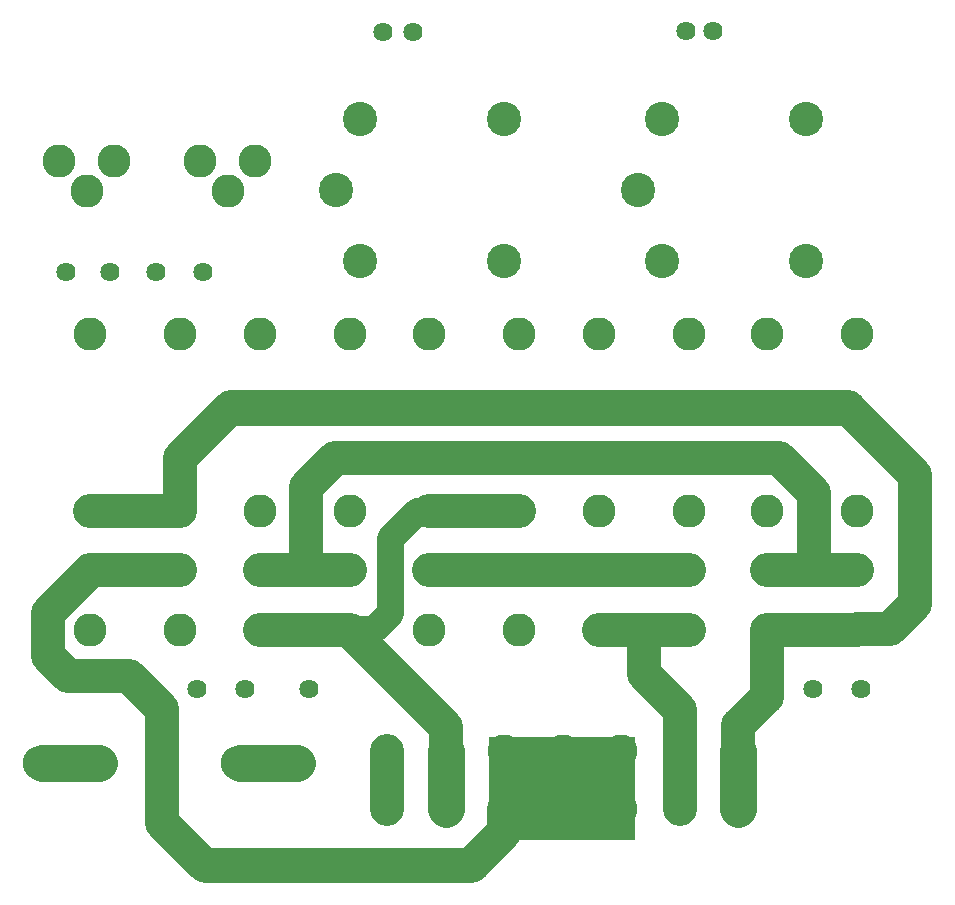
<source format=gbs>
G04 Layer: BottomSolderMaskLayer*
G04 EasyEDA v6.5.50, 2025-05-27 18:24:41*
G04 111ed26f3c4c43cfb17bfce727aa7961,b37a74ae5ac9402f918d5afa9d52dbed,10*
G04 Gerber Generator version 0.2*
G04 Scale: 100 percent, Rotated: No, Reflected: No *
G04 Dimensions in millimeters *
G04 leading zeros omitted , absolute positions ,4 integer and 5 decimal *
%FSLAX45Y45*%
%MOMM*%

%ADD10C,2.3016*%
%ADD11C,3.1016*%
%ADD12C,2.9016*%
%ADD13C,2.8956*%
%ADD14C,2.8016*%
%ADD15C,1.6256*%
%ADD16C,0.0108*%

%LPD*%
D10*
X3568700Y3302000D02*
G01*
X3467100Y3302000D01*
X3238500Y3073400D01*
X3238500Y2438400D01*
X3098800Y2298700D01*
X2900299Y2298700D01*
X2895600Y2294001D01*
D11*
X774700Y1169235D02*
G01*
X292100Y1169235D01*
X2451100Y1168405D02*
G01*
X1968500Y1168405D01*
D12*
X1460500Y3302000D02*
G01*
X1460500Y3746500D01*
X1892300Y4178300D01*
X7112000Y4178300D01*
X7683500Y3606800D01*
X7683500Y2514600D01*
X7467600Y2298700D01*
X7193025Y2298700D01*
X7188200Y2293873D01*
X1460500Y3302000D02*
G01*
X1460500Y3746500D01*
X1879600Y4165600D01*
X7124700Y4165600D01*
X7683500Y3606800D01*
X7683500Y2514600D01*
X7467600Y2298700D01*
X7192899Y2298700D01*
X7188200Y2294001D01*
X6184900Y1270000D02*
G01*
X6184900Y1485900D01*
X6426200Y1727200D01*
X6426200Y2294001D01*
X4203700Y774700D02*
G01*
X4203700Y571500D01*
X3937000Y304800D01*
X1663700Y304800D01*
X1308100Y660400D01*
X1308100Y1625600D01*
X1028700Y1905000D01*
X508000Y1905000D01*
X342900Y2070100D01*
X342900Y2438400D01*
X698500Y2794000D01*
X698500Y2797987D01*
X4203700Y774700D02*
G01*
X4203700Y571500D01*
X3924300Y292100D01*
X1676400Y292100D01*
X1308100Y660400D01*
X1308100Y1625600D01*
X1028700Y1905000D01*
X508000Y1905000D01*
X342900Y2070100D01*
X342900Y2438400D01*
X698500Y2794000D01*
X698500Y2797987D01*
X4203700Y774700D02*
G01*
X4203700Y584200D01*
X3911600Y292100D01*
X1676400Y292100D01*
X1308100Y660400D01*
X1308100Y1625600D01*
X1028700Y1905000D01*
X508000Y1905000D01*
X342900Y2070100D01*
X342900Y2438400D01*
X698500Y2794000D01*
X698500Y2797987D01*
X4203700Y774700D02*
G01*
X4203700Y584200D01*
X3911600Y292100D01*
X1676400Y292100D01*
X1308100Y660400D01*
X1308100Y1625600D01*
X1028700Y1905000D01*
X508000Y1905000D01*
X342900Y2070100D01*
X342900Y2438400D01*
X698500Y2794000D01*
X698500Y2797987D01*
D11*
X774700Y1169235D02*
G01*
X292100Y1169235D01*
X2451100Y1168405D02*
G01*
X1968500Y1168405D01*
X6184900Y774697D02*
G01*
X6184900Y1269997D01*
D12*
X5689600Y774697D02*
G01*
X5689600Y1269997D01*
X3213100Y1269997D02*
G01*
X3213100Y774697D01*
D11*
X3708400Y774697D02*
G01*
X3708400Y1269997D01*
X6184900Y774697D02*
G01*
X6184900Y1269997D01*
D12*
X5689600Y774697D02*
G01*
X5689600Y1269997D01*
X3213100Y1269997D02*
G01*
X3213100Y774697D01*
D11*
X3708400Y774697D02*
G01*
X3708400Y1269997D01*
D12*
X6426200Y2293998D02*
G01*
X7188200Y2293998D01*
X6426200Y2797985D02*
G01*
X7188200Y2797985D01*
X5003800Y2293998D02*
G01*
X5765800Y2293998D01*
X5689600Y1269997D02*
G01*
X5689600Y1612897D01*
X5384800Y1917697D01*
X5384800Y2260597D01*
X5003800Y2797985D02*
G01*
X5765800Y2797985D01*
X5003800Y2797985D02*
G01*
X3568700Y2797985D01*
X2895600Y2293998D02*
G01*
X2895600Y2285997D01*
X3708400Y1473197D01*
X3708400Y1269997D01*
X2133600Y2293998D02*
G01*
X2895600Y2293998D01*
X4330700Y3301997D02*
G01*
X3568700Y3301997D01*
X6822742Y2797985D02*
G01*
X6822742Y3451555D01*
X6527800Y3746497D01*
X2768600Y3746497D01*
X2527300Y3505197D01*
X2527300Y2797985D01*
X2133600Y2797985D02*
G01*
X2895600Y2797985D01*
X698500Y2797985D02*
G01*
X1460500Y2797985D01*
X698500Y3301997D02*
G01*
X1460500Y3301997D01*
X6426200Y2293998D02*
G01*
X7188200Y2293998D01*
X6426200Y2797985D02*
G01*
X7188200Y2797985D01*
X5003800Y2293998D02*
G01*
X5765800Y2293998D01*
X5689600Y1269997D02*
G01*
X5689600Y1612897D01*
X5384800Y1917697D01*
X5384800Y2260597D01*
X5003800Y2797985D02*
G01*
X5765800Y2797985D01*
X5003800Y2797985D02*
G01*
X3568700Y2797985D01*
X2895600Y2293998D02*
G01*
X2895600Y2285997D01*
X3708400Y1473197D01*
X3708400Y1269997D01*
X2133600Y2293998D02*
G01*
X2895600Y2293998D01*
X4330700Y3301997D02*
G01*
X3568700Y3301997D01*
X6822742Y2797985D02*
G01*
X6822742Y3451555D01*
X6527800Y3746497D01*
X2768600Y3746497D01*
X2527300Y3505197D01*
X2527300Y2797985D01*
X2133600Y2797985D02*
G01*
X2895600Y2797985D01*
X698500Y2797985D02*
G01*
X1460500Y2797985D01*
X698500Y3301997D02*
G01*
X1460500Y3301997D01*
X6426200Y2293998D02*
G01*
X7188200Y2293998D01*
X6426200Y2797985D02*
G01*
X7188200Y2797985D01*
X5003800Y2293998D02*
G01*
X5765800Y2293998D01*
X5689600Y1269997D02*
G01*
X5689600Y1612897D01*
X5384800Y1917697D01*
X5384800Y2260597D01*
X5003800Y2797985D02*
G01*
X5765800Y2797985D01*
X5003800Y2797985D02*
G01*
X3568700Y2797985D01*
X2895600Y2293998D02*
G01*
X2895600Y2285997D01*
X3708400Y1473197D01*
X3708400Y1269997D01*
X2133600Y2293998D02*
G01*
X2895600Y2293998D01*
X4330700Y3301997D02*
G01*
X3568700Y3301997D01*
X6822742Y2797985D02*
G01*
X6822742Y3451555D01*
X6527800Y3746497D01*
X2768600Y3746497D01*
X2527300Y3505197D01*
X2527300Y2797985D01*
X2133600Y2797985D02*
G01*
X2895600Y2797985D01*
X698500Y2797985D02*
G01*
X1460500Y2797985D01*
X698500Y3301997D02*
G01*
X1460500Y3301997D01*
D11*
X2451100Y1168405D02*
G01*
X1968500Y1168405D01*
X774700Y1169235D02*
G01*
X292100Y1169235D01*
X6184900Y774697D02*
G01*
X6184900Y1269997D01*
X3708400Y774697D02*
G01*
X3708400Y1269997D01*
D13*
G01*
X6755206Y5419852D03*
G01*
X5335193Y6019800D03*
G01*
X5535193Y6619798D03*
G01*
X5535193Y5419801D03*
G01*
X6755206Y6619747D03*
G01*
X4202506Y5419852D03*
G01*
X2782493Y6019800D03*
G01*
X2982493Y6619798D03*
G01*
X2982493Y5419801D03*
G01*
X4202506Y6619747D03*
D14*
G01*
X698500Y4800600D03*
G01*
X1460500Y4800600D03*
G01*
X698500Y3302000D03*
G01*
X698500Y2797987D03*
G01*
X698500Y2294001D03*
G01*
X1460500Y2294001D03*
G01*
X1460500Y2797987D03*
G01*
X1460500Y3302000D03*
G01*
X6184900Y774700D03*
G01*
X6184900Y1270000D03*
G01*
X5689600Y774700D03*
G01*
X5689600Y1270000D03*
G01*
X5194300Y774700D03*
G01*
X5194300Y1270000D03*
G01*
X4699000Y774700D03*
G01*
X4699000Y1270000D03*
G01*
X4203700Y774700D03*
G01*
X4203700Y1270000D03*
G01*
X3708400Y1270000D03*
G01*
X3708400Y774700D03*
G01*
X3213100Y774700D03*
G01*
X3213100Y1270000D03*
G01*
X2895600Y3302000D03*
G01*
X2895600Y2797987D03*
G01*
X2895600Y2294001D03*
G01*
X2133600Y2294001D03*
G01*
X2133600Y2797987D03*
G01*
X2133600Y3302000D03*
G01*
X2895600Y4800600D03*
G01*
X2133600Y4800600D03*
G01*
X5003800Y4800600D03*
G01*
X5765800Y4800600D03*
G01*
X5003800Y3302000D03*
G01*
X5003800Y2797987D03*
G01*
X5003800Y2294001D03*
G01*
X5765800Y2294001D03*
G01*
X5765800Y2797987D03*
G01*
X5765800Y3302000D03*
G01*
X4330700Y3302000D03*
G01*
X4330700Y2797987D03*
G01*
X4330700Y2294001D03*
G01*
X3568700Y2294001D03*
G01*
X3568700Y2797987D03*
G01*
X3568700Y3302000D03*
G01*
X4330700Y4800600D03*
G01*
X3568700Y4800600D03*
G01*
X7188200Y3302000D03*
G01*
X7188200Y2797987D03*
G01*
X7188200Y2294001D03*
G01*
X6426200Y2294001D03*
G01*
X6426200Y2797987D03*
G01*
X6426200Y3302000D03*
G01*
X7188200Y4800600D03*
G01*
X6426200Y4800600D03*
G01*
X774700Y1169238D03*
G01*
X266700Y1169365D03*
G01*
X1943100Y1169238D03*
G01*
X2451100Y1168400D03*
D15*
G01*
X1600200Y1790700D03*
G01*
X2006600Y1790700D03*
D14*
G01*
X1625600Y6261100D03*
G01*
X1866900Y6007100D03*
G01*
X2095500Y6261100D03*
G01*
X901700Y6261100D03*
G01*
X673100Y6007100D03*
G01*
X431800Y6261100D03*
D15*
G01*
X6819900Y1790700D03*
G01*
X7226300Y1790700D03*
G01*
X2552700Y1790700D03*
G01*
X495300Y5321300D03*
G01*
X863600Y5321300D03*
G01*
X1257300Y5321300D03*
G01*
X1651000Y5321300D03*
G01*
X3175000Y7353300D03*
G01*
X5740400Y7366000D03*
G01*
X3429000Y7353300D03*
G01*
X5969000Y7366000D03*
G36*
X4076700Y1384300D02*
G01*
X5308600Y1384300D01*
X5308600Y515620D01*
X4076700Y515620D01*
G37*
M02*

</source>
